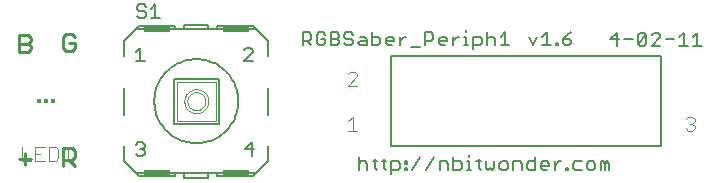
<source format=gto>
G75*
G70*
%OFA0B0*%
%FSLAX24Y24*%
%IPPOS*%
%LPD*%
%AMOC8*
5,1,8,0,0,1.08239X$1,22.5*
%
%ADD10C,0.0110*%
%ADD11C,0.0080*%
%ADD12C,0.0050*%
%ADD13C,0.0040*%
%ADD14C,0.0060*%
%ADD15C,0.0020*%
%ADD16R,0.0850X0.0200*%
%ADD17R,0.0157X0.0157*%
D10*
X003381Y000551D02*
X003381Y000945D01*
X003185Y000748D02*
X003578Y000748D01*
X004657Y000713D02*
X004952Y000713D01*
X005051Y000812D01*
X005051Y001008D01*
X004952Y001107D01*
X004657Y001107D01*
X004657Y000516D01*
X004854Y000713D02*
X005051Y000516D01*
X004952Y004341D02*
X004755Y004341D01*
X004657Y004440D01*
X004657Y004833D01*
X004755Y004932D01*
X004952Y004932D01*
X005051Y004833D01*
X005051Y004636D02*
X004854Y004636D01*
X005051Y004636D02*
X005051Y004440D01*
X004952Y004341D01*
X003580Y004408D02*
X003482Y004309D01*
X003186Y004309D01*
X003186Y004900D01*
X003482Y004900D01*
X003580Y004801D01*
X003580Y004703D01*
X003482Y004604D01*
X003186Y004604D01*
X003482Y004604D02*
X003580Y004506D01*
X003580Y004408D01*
D11*
X012657Y004551D02*
X012657Y004972D01*
X012867Y004972D01*
X012937Y004902D01*
X012937Y004761D01*
X012867Y004691D01*
X012657Y004691D01*
X012797Y004691D02*
X012937Y004551D01*
X013117Y004621D02*
X013187Y004551D01*
X013327Y004551D01*
X013397Y004621D01*
X013397Y004761D01*
X013257Y004761D01*
X013577Y004761D02*
X013787Y004761D01*
X013857Y004691D01*
X013857Y004621D01*
X013787Y004551D01*
X013577Y004551D01*
X013577Y004972D01*
X013787Y004972D01*
X013857Y004902D01*
X013857Y004832D01*
X013787Y004761D01*
X014038Y004832D02*
X014108Y004761D01*
X014248Y004761D01*
X014318Y004691D01*
X014318Y004621D01*
X014248Y004551D01*
X014108Y004551D01*
X014038Y004621D01*
X014498Y004621D02*
X014568Y004691D01*
X014778Y004691D01*
X014778Y004761D02*
X014778Y004551D01*
X014568Y004551D01*
X014498Y004621D01*
X014708Y004832D02*
X014778Y004761D01*
X014708Y004832D02*
X014568Y004832D01*
X014318Y004902D02*
X014248Y004972D01*
X014108Y004972D01*
X014038Y004902D01*
X014038Y004832D01*
X013397Y004902D02*
X013327Y004972D01*
X013187Y004972D01*
X013117Y004902D01*
X013117Y004621D01*
X014958Y004551D02*
X014958Y004972D01*
X014958Y004832D02*
X015168Y004832D01*
X015239Y004761D01*
X015239Y004621D01*
X015168Y004551D01*
X014958Y004551D01*
X015419Y004621D02*
X015489Y004551D01*
X015629Y004551D01*
X015419Y004621D02*
X015419Y004761D01*
X015489Y004832D01*
X015629Y004832D01*
X015699Y004761D01*
X015699Y004691D01*
X015419Y004691D01*
X015879Y004691D02*
X016019Y004832D01*
X016089Y004832D01*
X015879Y004832D02*
X015879Y004551D01*
X016263Y004481D02*
X016543Y004481D01*
X016723Y004551D02*
X016723Y004972D01*
X016933Y004972D01*
X017003Y004902D01*
X017003Y004761D01*
X016933Y004691D01*
X016723Y004691D01*
X017183Y004691D02*
X017464Y004691D01*
X017464Y004761D01*
X017394Y004832D01*
X017253Y004832D01*
X017183Y004761D01*
X017183Y004621D01*
X017253Y004551D01*
X017394Y004551D01*
X017644Y004551D02*
X017644Y004832D01*
X017784Y004832D02*
X017854Y004832D01*
X017784Y004832D02*
X017644Y004691D01*
X018027Y004551D02*
X018167Y004551D01*
X018097Y004551D02*
X018097Y004832D01*
X018027Y004832D01*
X018334Y004832D02*
X018544Y004832D01*
X018614Y004761D01*
X018614Y004621D01*
X018544Y004551D01*
X018334Y004551D01*
X018334Y004411D02*
X018334Y004832D01*
X018795Y004761D02*
X018865Y004832D01*
X019005Y004832D01*
X019075Y004761D01*
X019075Y004551D01*
X019255Y004551D02*
X019535Y004551D01*
X019395Y004551D02*
X019395Y004972D01*
X019255Y004832D01*
X018795Y004972D02*
X018795Y004551D01*
X020176Y004832D02*
X020316Y004551D01*
X020456Y004832D01*
X020636Y004832D02*
X020776Y004972D01*
X020776Y004551D01*
X020636Y004551D02*
X020916Y004551D01*
X021096Y004551D02*
X021166Y004551D01*
X021166Y004621D01*
X021096Y004621D01*
X021096Y004551D01*
X021326Y004621D02*
X021397Y004551D01*
X021537Y004551D01*
X021607Y004621D01*
X021607Y004691D01*
X021537Y004761D01*
X021326Y004761D01*
X021326Y004621D01*
X021326Y004761D02*
X021467Y004902D01*
X021607Y004972D01*
X022902Y004739D02*
X023182Y004739D01*
X023363Y004739D02*
X023643Y004739D01*
X023823Y004599D02*
X023823Y004879D01*
X023893Y004949D01*
X024033Y004949D01*
X024103Y004879D01*
X023823Y004599D01*
X023893Y004529D01*
X024033Y004529D01*
X024103Y004599D01*
X024103Y004879D01*
X024283Y004879D02*
X024353Y004949D01*
X024493Y004949D01*
X024564Y004879D01*
X024564Y004809D01*
X024283Y004529D01*
X024564Y004529D01*
X025204Y004529D02*
X025484Y004529D01*
X025344Y004529D02*
X025344Y004949D01*
X025204Y004809D01*
X025024Y004739D02*
X024744Y004739D01*
X025664Y004809D02*
X025804Y004949D01*
X025804Y004529D01*
X025664Y004529D02*
X025945Y004529D01*
X023112Y004529D02*
X023112Y004949D01*
X022902Y004739D01*
X018097Y004972D02*
X018097Y005042D01*
X018203Y000883D02*
X018203Y000813D01*
X018510Y000743D02*
X018510Y000463D01*
X018580Y000393D01*
X018746Y000463D02*
X018816Y000393D01*
X018887Y000463D01*
X018957Y000393D01*
X019027Y000463D01*
X019027Y000673D01*
X019207Y000603D02*
X019207Y000463D01*
X019277Y000393D01*
X019417Y000393D01*
X019487Y000463D01*
X019487Y000603D01*
X019417Y000673D01*
X019277Y000673D01*
X019207Y000603D01*
X018746Y000673D02*
X018746Y000463D01*
X018273Y000393D02*
X018133Y000393D01*
X018203Y000393D02*
X018203Y000673D01*
X018133Y000673D01*
X017953Y000603D02*
X017882Y000673D01*
X017672Y000673D01*
X017492Y000603D02*
X017492Y000393D01*
X017672Y000393D02*
X017882Y000393D01*
X017953Y000463D01*
X017953Y000603D01*
X017492Y000603D02*
X017422Y000673D01*
X017212Y000673D01*
X017212Y000393D01*
X017032Y000813D02*
X016752Y000393D01*
X016571Y000813D02*
X016291Y000393D01*
X016131Y000393D02*
X016061Y000393D01*
X016061Y000463D01*
X016131Y000463D01*
X016131Y000393D01*
X015881Y000463D02*
X015811Y000393D01*
X015601Y000393D01*
X015434Y000393D02*
X015364Y000463D01*
X015364Y000743D01*
X015294Y000673D02*
X015434Y000673D01*
X015601Y000673D02*
X015811Y000673D01*
X015881Y000603D01*
X015881Y000463D01*
X016061Y000603D02*
X016061Y000673D01*
X016131Y000673D01*
X016131Y000603D01*
X016061Y000603D01*
X015601Y000673D02*
X015601Y000253D01*
X015127Y000393D02*
X015057Y000463D01*
X015057Y000743D01*
X014987Y000673D02*
X015127Y000673D01*
X014807Y000603D02*
X014807Y000393D01*
X014527Y000393D02*
X014527Y000813D01*
X014597Y000673D02*
X014737Y000673D01*
X014807Y000603D01*
X014597Y000673D02*
X014527Y000603D01*
X017672Y000813D02*
X017672Y000393D01*
X018440Y000673D02*
X018580Y000673D01*
X019667Y000673D02*
X019667Y000393D01*
X019947Y000393D02*
X019947Y000603D01*
X019877Y000673D01*
X019667Y000673D01*
X020128Y000603D02*
X020198Y000673D01*
X020408Y000673D01*
X020588Y000603D02*
X020658Y000673D01*
X020798Y000673D01*
X020868Y000603D01*
X020868Y000533D01*
X020588Y000533D01*
X020588Y000463D02*
X020588Y000603D01*
X021048Y000673D02*
X021048Y000393D01*
X020798Y000393D02*
X020658Y000393D01*
X020588Y000463D01*
X020408Y000393D02*
X020198Y000393D01*
X020128Y000463D01*
X020128Y000603D01*
X020408Y000813D02*
X020408Y000393D01*
X021048Y000533D02*
X021188Y000673D01*
X021258Y000673D01*
X021662Y000603D02*
X021662Y000463D01*
X021732Y000393D01*
X021942Y000393D01*
X022122Y000463D02*
X022192Y000393D01*
X022333Y000393D01*
X022403Y000463D01*
X022403Y000603D01*
X022333Y000673D01*
X022192Y000673D01*
X022122Y000603D01*
X022122Y000463D01*
X022583Y000393D02*
X022583Y000673D01*
X022653Y000673D01*
X022723Y000603D01*
X022793Y000673D01*
X022863Y000603D01*
X022863Y000393D01*
X022723Y000393D02*
X022723Y000603D01*
X021942Y000673D02*
X021732Y000673D01*
X021662Y000603D01*
X021502Y000463D02*
X021432Y000463D01*
X021432Y000393D01*
X021502Y000393D01*
X021502Y000463D01*
D12*
X024601Y001181D02*
X024601Y004181D01*
X015601Y004181D01*
X015601Y001181D01*
X024601Y001181D01*
X011026Y001082D02*
X010726Y001082D01*
X010951Y001307D01*
X010951Y000856D01*
X007376Y000931D02*
X007301Y000856D01*
X007151Y000856D01*
X007076Y000931D01*
X007301Y001082D02*
X007376Y001007D01*
X007376Y000931D01*
X007301Y001082D02*
X007226Y001082D01*
X007301Y001082D02*
X007376Y001157D01*
X007376Y001232D01*
X007301Y001307D01*
X007151Y001307D01*
X007076Y001232D01*
X007076Y004006D02*
X007376Y004006D01*
X007226Y004006D02*
X007226Y004457D01*
X007076Y004307D01*
X010676Y004382D02*
X010751Y004457D01*
X010901Y004457D01*
X010976Y004382D01*
X010976Y004307D01*
X010676Y004006D01*
X010976Y004006D01*
X007886Y005456D02*
X007586Y005456D01*
X007736Y005456D02*
X007736Y005907D01*
X007586Y005757D01*
X007426Y005832D02*
X007351Y005907D01*
X007201Y005907D01*
X007126Y005832D01*
X007126Y005757D01*
X007201Y005682D01*
X007351Y005682D01*
X007426Y005607D01*
X007426Y005531D01*
X007351Y005456D01*
X007201Y005456D01*
X007126Y005531D01*
D13*
X003586Y000701D02*
X003279Y000701D01*
X003279Y001162D01*
X003740Y001162D02*
X003740Y000701D01*
X004046Y000701D01*
X004200Y000701D02*
X004430Y000701D01*
X004507Y000778D01*
X004507Y001085D01*
X004430Y001162D01*
X004200Y001162D01*
X004200Y000701D01*
X004660Y000701D02*
X004967Y000701D01*
X004814Y000701D02*
X004814Y001162D01*
X004660Y001008D01*
X004046Y001162D02*
X003740Y001162D01*
X003740Y000932D02*
X003893Y000932D01*
X014160Y001701D02*
X014467Y001701D01*
X014314Y001701D02*
X014314Y002162D01*
X014160Y002008D01*
X014160Y003201D02*
X014467Y003508D01*
X014467Y003585D01*
X014391Y003662D01*
X014237Y003662D01*
X014160Y003585D01*
X014160Y003201D02*
X014467Y003201D01*
X025410Y002085D02*
X025487Y002162D01*
X025641Y002162D01*
X025717Y002085D01*
X025717Y002008D01*
X025641Y001932D01*
X025717Y001855D01*
X025717Y001778D01*
X025641Y001701D01*
X025487Y001701D01*
X025410Y001778D01*
X025564Y001932D02*
X025641Y001932D01*
D14*
X011501Y002231D02*
X011501Y003131D01*
X009851Y003431D02*
X009851Y001931D01*
X008351Y001931D01*
X008351Y003431D01*
X009851Y003431D01*
X006701Y003131D02*
X006701Y002231D01*
X007701Y002681D02*
X007703Y002756D01*
X007709Y002830D01*
X007719Y002904D01*
X007733Y002977D01*
X007750Y003049D01*
X007772Y003121D01*
X007797Y003191D01*
X007826Y003259D01*
X007859Y003327D01*
X007895Y003392D01*
X007934Y003455D01*
X007977Y003516D01*
X008023Y003575D01*
X008072Y003631D01*
X008124Y003684D01*
X008179Y003735D01*
X008236Y003782D01*
X008296Y003827D01*
X008358Y003868D01*
X008423Y003906D01*
X008489Y003940D01*
X008557Y003971D01*
X008626Y003998D01*
X008697Y004021D01*
X008769Y004041D01*
X008842Y004057D01*
X008915Y004069D01*
X008989Y004077D01*
X009064Y004081D01*
X009138Y004081D01*
X009213Y004077D01*
X009287Y004069D01*
X009360Y004057D01*
X009433Y004041D01*
X009505Y004021D01*
X009576Y003998D01*
X009645Y003971D01*
X009713Y003940D01*
X009779Y003906D01*
X009844Y003868D01*
X009906Y003827D01*
X009966Y003782D01*
X010023Y003735D01*
X010078Y003684D01*
X010130Y003631D01*
X010179Y003575D01*
X010225Y003516D01*
X010268Y003455D01*
X010307Y003392D01*
X010343Y003327D01*
X010376Y003259D01*
X010405Y003191D01*
X010430Y003121D01*
X010452Y003049D01*
X010469Y002977D01*
X010483Y002904D01*
X010493Y002830D01*
X010499Y002756D01*
X010501Y002681D01*
X010499Y002606D01*
X010493Y002532D01*
X010483Y002458D01*
X010469Y002385D01*
X010452Y002313D01*
X010430Y002241D01*
X010405Y002171D01*
X010376Y002103D01*
X010343Y002035D01*
X010307Y001970D01*
X010268Y001907D01*
X010225Y001846D01*
X010179Y001787D01*
X010130Y001731D01*
X010078Y001678D01*
X010023Y001627D01*
X009966Y001580D01*
X009906Y001535D01*
X009844Y001494D01*
X009779Y001456D01*
X009713Y001422D01*
X009645Y001391D01*
X009576Y001364D01*
X009505Y001341D01*
X009433Y001321D01*
X009360Y001305D01*
X009287Y001293D01*
X009213Y001285D01*
X009138Y001281D01*
X009064Y001281D01*
X008989Y001285D01*
X008915Y001293D01*
X008842Y001305D01*
X008769Y001321D01*
X008697Y001341D01*
X008626Y001364D01*
X008557Y001391D01*
X008489Y001422D01*
X008423Y001456D01*
X008358Y001494D01*
X008296Y001535D01*
X008236Y001580D01*
X008179Y001627D01*
X008124Y001678D01*
X008072Y001731D01*
X008023Y001787D01*
X007977Y001846D01*
X007934Y001907D01*
X007895Y001970D01*
X007859Y002035D01*
X007826Y002103D01*
X007797Y002171D01*
X007772Y002241D01*
X007750Y002313D01*
X007733Y002385D01*
X007719Y002458D01*
X007709Y002532D01*
X007703Y002606D01*
X007701Y002681D01*
X006701Y001181D02*
X006701Y000681D01*
X007101Y000281D01*
X007201Y000181D01*
X008401Y000181D01*
X008401Y000281D01*
X008701Y000281D01*
X009501Y000281D01*
X009801Y000281D01*
X011101Y000281D01*
X011001Y000181D01*
X009801Y000181D01*
X009801Y000281D01*
X009501Y000281D02*
X009501Y000131D01*
X008701Y000131D01*
X008701Y000281D01*
X008401Y000281D02*
X007101Y000281D01*
X011101Y000281D02*
X011501Y000681D01*
X011501Y001181D01*
X011501Y004181D02*
X011501Y004681D01*
X011101Y005081D01*
X011001Y005181D01*
X009801Y005181D01*
X009801Y005081D01*
X009501Y005081D01*
X009501Y005231D01*
X008701Y005231D01*
X008701Y005081D01*
X008401Y005081D01*
X008401Y005181D01*
X007201Y005181D01*
X007101Y005081D01*
X006701Y004681D01*
X006701Y004181D01*
X007101Y005081D02*
X008401Y005081D01*
X008701Y005081D02*
X009501Y005081D01*
X009801Y005081D02*
X011101Y005081D01*
D15*
X009751Y003331D02*
X008451Y003331D01*
X008451Y002031D01*
X009751Y002031D01*
X009751Y003331D01*
X008801Y002681D02*
X008803Y002715D01*
X008809Y002749D01*
X008818Y002782D01*
X008832Y002813D01*
X008849Y002843D01*
X008869Y002871D01*
X008892Y002896D01*
X008918Y002919D01*
X008946Y002938D01*
X008976Y002954D01*
X009008Y002966D01*
X009041Y002975D01*
X009075Y002980D01*
X009110Y002981D01*
X009144Y002978D01*
X009177Y002971D01*
X009210Y002961D01*
X009241Y002946D01*
X009270Y002929D01*
X009297Y002908D01*
X009322Y002884D01*
X009344Y002857D01*
X009362Y002829D01*
X009377Y002798D01*
X009389Y002766D01*
X009397Y002732D01*
X009401Y002698D01*
X009401Y002664D01*
X009397Y002630D01*
X009389Y002596D01*
X009377Y002564D01*
X009362Y002533D01*
X009344Y002505D01*
X009322Y002478D01*
X009297Y002454D01*
X009270Y002433D01*
X009241Y002416D01*
X009210Y002401D01*
X009177Y002391D01*
X009144Y002384D01*
X009110Y002381D01*
X009075Y002382D01*
X009041Y002387D01*
X009008Y002396D01*
X008976Y002408D01*
X008946Y002424D01*
X008918Y002443D01*
X008892Y002466D01*
X008869Y002491D01*
X008849Y002519D01*
X008832Y002549D01*
X008818Y002580D01*
X008809Y002613D01*
X008803Y002647D01*
X008801Y002681D01*
X008701Y002681D02*
X008703Y002721D01*
X008709Y002760D01*
X008719Y002799D01*
X008732Y002836D01*
X008750Y002872D01*
X008771Y002906D01*
X008795Y002938D01*
X008822Y002967D01*
X008852Y002994D01*
X008884Y003017D01*
X008919Y003037D01*
X008955Y003053D01*
X008993Y003066D01*
X009032Y003075D01*
X009071Y003080D01*
X009111Y003081D01*
X009151Y003078D01*
X009190Y003071D01*
X009228Y003060D01*
X009266Y003046D01*
X009301Y003027D01*
X009334Y003006D01*
X009366Y002981D01*
X009394Y002953D01*
X009420Y002923D01*
X009442Y002890D01*
X009461Y002855D01*
X009477Y002818D01*
X009489Y002780D01*
X009497Y002741D01*
X009501Y002701D01*
X009501Y002661D01*
X009497Y002621D01*
X009489Y002582D01*
X009477Y002544D01*
X009461Y002507D01*
X009442Y002472D01*
X009420Y002439D01*
X009394Y002409D01*
X009366Y002381D01*
X009334Y002356D01*
X009301Y002335D01*
X009266Y002316D01*
X009228Y002302D01*
X009190Y002291D01*
X009151Y002284D01*
X009111Y002281D01*
X009071Y002282D01*
X009032Y002287D01*
X008993Y002296D01*
X008955Y002309D01*
X008919Y002325D01*
X008884Y002345D01*
X008852Y002368D01*
X008822Y002395D01*
X008795Y002424D01*
X008771Y002456D01*
X008750Y002490D01*
X008732Y002526D01*
X008719Y002563D01*
X008709Y002602D01*
X008703Y002641D01*
X008701Y002681D01*
D16*
X007776Y005081D03*
X010426Y005081D03*
X010426Y000281D03*
X007776Y000281D03*
D17*
X004337Y002681D03*
X004101Y002681D03*
X003865Y002681D03*
M02*

</source>
